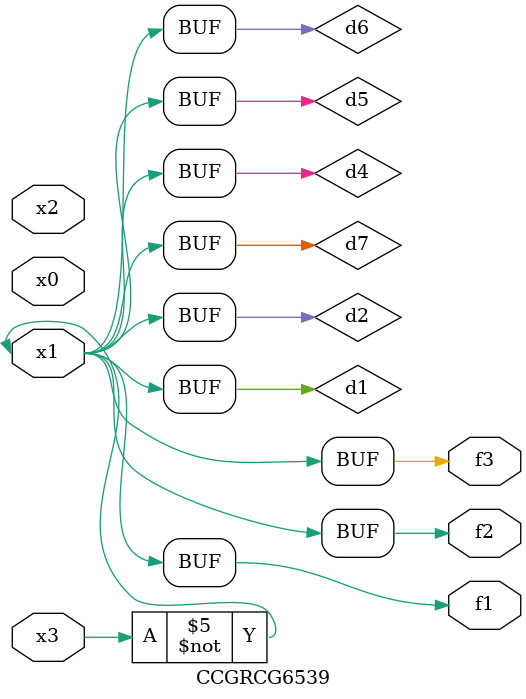
<source format=v>
module CCGRCG6539(
	input x0, x1, x2, x3,
	output f1, f2, f3
);

	wire d1, d2, d3, d4, d5, d6, d7;

	not (d1, x3);
	buf (d2, x1);
	xnor (d3, d1, d2);
	nor (d4, d1);
	buf (d5, d1, d2);
	buf (d6, d4, d5);
	nand (d7, d4);
	assign f1 = d6;
	assign f2 = d7;
	assign f3 = d6;
endmodule

</source>
